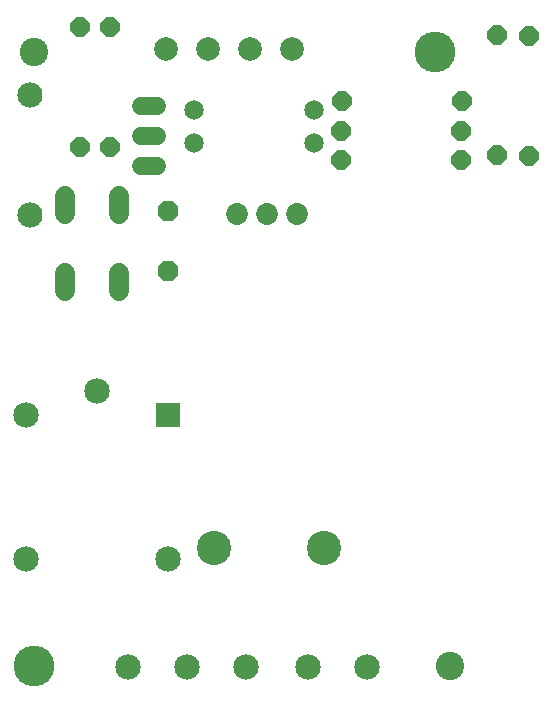
<source format=gts>
G04 EAGLE Gerber RS-274X export*
G75*
%MOMM*%
%FSLAX34Y34*%
%LPD*%
%INSoldermask Top*%
%IPPOS*%
%AMOC8*
5,1,8,0,0,1.08239X$1,22.5*%
G01*
G04 Define Apertures*
%ADD10C,2.403200*%
%ADD11C,3.454400*%
%ADD12C,2.903200*%
%ADD13P,1.84353X8X112.5*%
%ADD14C,2.133600*%
%ADD15C,1.657100*%
%ADD16R,2.153200X2.153200*%
%ADD17C,2.153200*%
%ADD18P,1.76776X8X22.5*%
%ADD19P,1.76776X8X292.5*%
%ADD20P,1.76776X8X112.5*%
%ADD21C,1.727200*%
%ADD22C,1.524000*%
%ADD23C,2.003200*%
%ADD24C,1.853200*%
%ADD25P,1.76776X8X202.5*%
D10*
X35505Y559120D03*
X388205Y39120D03*
D11*
X375505Y559120D03*
X35505Y39120D03*
D12*
X281000Y139000D03*
X188000Y139000D03*
D13*
X149510Y373250D03*
X149510Y424050D03*
D14*
X32188Y522412D03*
X32188Y420812D03*
D15*
X272937Y481413D03*
X272937Y509313D03*
X171337Y509313D03*
X171337Y481413D03*
D16*
X149300Y251500D03*
D17*
X89300Y271500D03*
X29300Y251500D03*
X29300Y129500D03*
X149300Y129500D03*
D18*
X296400Y517660D03*
X398000Y517660D03*
D19*
X100020Y580300D03*
X100020Y478700D03*
X74514Y580131D03*
X74514Y478531D03*
D20*
X455330Y471000D03*
X455330Y572600D03*
D19*
X428000Y573330D03*
X428000Y471730D03*
D21*
X107660Y437044D02*
X107660Y421804D01*
X62448Y421804D02*
X62448Y437044D01*
X107660Y372020D02*
X107660Y356780D01*
X62448Y356780D02*
X62448Y372020D01*
D22*
X126605Y513100D02*
X139813Y513100D01*
X139813Y462300D02*
X126605Y462300D01*
X126605Y487700D02*
X139813Y487700D01*
D23*
X183000Y561510D03*
X148000Y561510D03*
X254120Y561510D03*
X219120Y561510D03*
D24*
X207500Y421900D03*
X232900Y421900D03*
X258300Y421900D03*
D17*
X165500Y38100D03*
X115500Y38100D03*
X215500Y38100D03*
X317500Y38100D03*
X267500Y38100D03*
D25*
X397800Y467000D03*
X296200Y467000D03*
D18*
X296200Y492000D03*
X397800Y492000D03*
M02*

</source>
